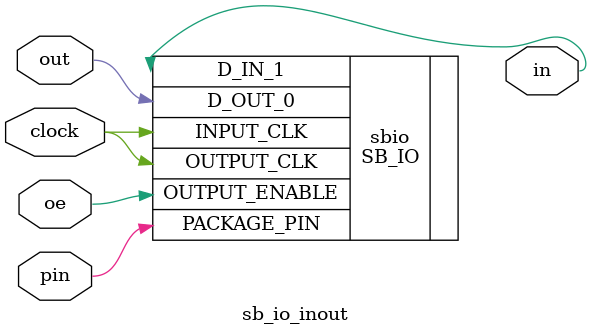
<source format=v>
`ifndef ICE40_SB_IO_INOUT
`define ICE40_SB_IO_INOUT

module sb_io_inout #(parameter TYPE=6'b1101_00) (
  input        clock,
	input        oe,
  input        out,
	output       in,
  inout        pin
  );

  SB_IO #(
    .PIN_TYPE(TYPE)
  ) sbio (
      .PACKAGE_PIN(pin),
			.OUTPUT_ENABLE(oe),
      .D_OUT_0(out),
			.D_IN_1(in),
      .OUTPUT_CLK(clock),
      .INPUT_CLK(clock)
  );

endmodule

`endif

// http://www.latticesemi.com/~/media/LatticeSemi/Documents/TechnicalBriefs/SBTICETechnologyLibrary201504.pdf

</source>
